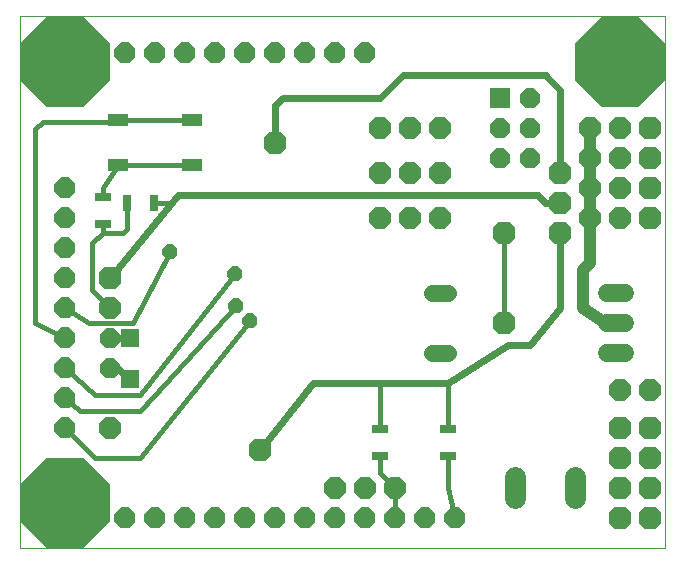
<source format=gtl>
G75*
G70*
%OFA0B0*%
%FSLAX24Y24*%
%IPPOS*%
%LPD*%
%AMOC8*
5,1,8,0,0,1.08239X$1,22.5*
%
%ADD10C,0.0000*%
%ADD11C,0.0560*%
%ADD12R,0.0660X0.0660*%
%ADD13OC8,0.0660*%
%ADD14C,0.0600*%
%ADD15OC8,0.0700*%
%ADD16C,0.0705*%
%ADD17OC8,0.0709*%
%ADD18R,0.0669X0.0394*%
%ADD19R,0.0560X0.0280*%
%ADD20R,0.0280X0.0560*%
%ADD21R,0.0591X0.0591*%
%ADD22OC8,0.0760*%
%ADD23C,0.0160*%
%ADD24C,0.0320*%
%ADD25C,0.0400*%
%ADD26C,0.0240*%
%ADD27OC8,0.0500*%
%ADD28OC8,0.3000*%
D10*
X005060Y005553D02*
X005060Y023270D01*
X026560Y023270D01*
X026560Y005553D01*
X005060Y005553D01*
D11*
X018780Y012053D02*
X019340Y012053D01*
X019340Y014053D02*
X018780Y014053D01*
D12*
X021060Y020553D03*
D13*
X022060Y020553D03*
X022060Y019553D03*
X022060Y018553D03*
X021060Y018553D03*
X021060Y019553D03*
X008060Y012553D03*
X008060Y011553D03*
D14*
X024610Y012053D02*
X025210Y012053D01*
X025210Y013053D02*
X024610Y013053D01*
X024610Y014053D02*
X025210Y014053D01*
D15*
X019560Y006553D03*
X018560Y006553D03*
X017560Y006553D03*
X016560Y006553D03*
X015560Y006553D03*
X014560Y006553D03*
X013560Y006553D03*
X012560Y006553D03*
X011560Y006553D03*
X010560Y006553D03*
X009560Y006553D03*
X008560Y006553D03*
X006560Y009553D03*
X006560Y010553D03*
X006560Y011553D03*
X006560Y012553D03*
X006560Y013553D03*
X006560Y014553D03*
X006560Y015553D03*
X006560Y016553D03*
X006560Y017553D03*
X008560Y022053D03*
X009560Y022053D03*
X010560Y022053D03*
X011560Y022053D03*
X012560Y022053D03*
X013560Y022053D03*
X014560Y022053D03*
X015560Y022053D03*
X016560Y022053D03*
D16*
X021575Y007906D02*
X021575Y007201D01*
X023544Y007201D02*
X023544Y007906D01*
D17*
X025060Y010803D03*
X026060Y010803D03*
X025060Y016553D03*
X024060Y016553D03*
X024060Y017553D03*
X025060Y017553D03*
X025060Y018553D03*
X025060Y019553D03*
X024060Y019553D03*
X024060Y018553D03*
X019060Y018053D03*
X018060Y018053D03*
X017060Y018053D03*
X017060Y016553D03*
X018060Y016553D03*
X019060Y016553D03*
X019060Y019553D03*
X018060Y019553D03*
X017060Y019553D03*
X008060Y013553D03*
X008060Y009553D03*
X015560Y007553D03*
X016560Y007553D03*
X017560Y007553D03*
D18*
X010800Y018305D03*
X010800Y019801D03*
X008319Y019801D03*
X008319Y018305D03*
D19*
X007810Y017253D03*
X007810Y016353D03*
X017060Y009503D03*
X017060Y008603D03*
X019310Y008603D03*
X019310Y009503D03*
D20*
X009510Y017053D03*
X008610Y017053D03*
D21*
X008720Y012562D03*
X008720Y011184D03*
D22*
X008060Y014553D03*
X013560Y019053D03*
X021185Y016053D03*
X023060Y016053D03*
X023060Y017053D03*
X023060Y018053D03*
X026060Y017553D03*
X026060Y018553D03*
X026060Y019553D03*
X026060Y016553D03*
X021185Y013053D03*
X025060Y009553D03*
X026060Y009553D03*
X026060Y008553D03*
X026060Y007553D03*
X026060Y006553D03*
X025060Y006553D03*
X025060Y007553D03*
X025060Y008553D03*
X013060Y008803D03*
D23*
X009540Y010623D02*
X009050Y010123D01*
X007050Y010123D01*
X006560Y010553D01*
X006560Y009553D02*
X007560Y008553D01*
X008560Y008553D01*
X009060Y008553D01*
X012710Y013123D01*
X012260Y013603D02*
X009540Y010623D01*
X009070Y010643D02*
X012240Y014673D01*
X010060Y015403D02*
X008810Y013053D01*
X007360Y013053D01*
X006560Y013553D01*
X007460Y014153D02*
X007460Y015703D01*
X007810Y016053D01*
X008485Y016053D01*
X008610Y016178D01*
X008610Y017053D01*
X007810Y017253D02*
X007810Y017546D01*
X008319Y018305D01*
X010800Y018305D01*
X010310Y017303D02*
X010060Y017053D01*
X009510Y017053D01*
X007810Y016353D02*
X007810Y016053D01*
X007460Y014153D02*
X008060Y013553D01*
X006560Y012553D02*
X005560Y013053D01*
X005560Y019502D01*
X005811Y019752D01*
X008138Y019741D01*
X008319Y019801D01*
X010800Y019801D01*
X006560Y011553D02*
X007570Y010643D01*
X009070Y010643D01*
X017060Y011053D02*
X017060Y009503D01*
X017060Y008603D02*
X017060Y008053D01*
X017560Y007553D01*
X017560Y007303D01*
X017560Y006553D01*
X019560Y006553D02*
X019310Y007553D01*
X019310Y008603D01*
X019310Y009503D02*
X019310Y011053D01*
X021185Y013053D02*
X021185Y016053D01*
D24*
X024560Y013053D02*
X024910Y013053D01*
D25*
X024560Y013053D02*
X023810Y013553D01*
X023810Y014803D01*
X024060Y015053D01*
X024060Y016553D01*
X024060Y017553D01*
X024060Y018553D01*
X024060Y019553D01*
D26*
X023060Y019553D02*
X023060Y020803D01*
X022560Y021303D01*
X022593Y021303D01*
X022560Y021303D02*
X017810Y021303D01*
X017060Y020553D01*
X013810Y020553D01*
X013560Y020303D01*
X013560Y019053D01*
X010310Y017303D02*
X008060Y014553D01*
X008060Y012553D02*
X008060Y012552D01*
X008720Y012562D01*
X008310Y011553D02*
X008060Y011553D01*
X008310Y011553D02*
X008639Y011224D01*
X008720Y011184D01*
X013060Y008803D02*
X014810Y011053D01*
X017060Y011053D01*
X019310Y011053D01*
X021310Y012303D01*
X022060Y012303D01*
X023060Y013553D01*
X023060Y015303D01*
X023060Y015553D01*
X023060Y016053D01*
X023060Y017053D02*
X022560Y017053D01*
X022310Y017303D01*
X010310Y017303D01*
X023060Y018053D02*
X023060Y019553D01*
D27*
X012710Y013123D03*
X012260Y013603D03*
X012240Y014673D03*
X010060Y015403D03*
D28*
X006560Y021763D03*
X006560Y007053D03*
X025050Y021763D03*
M02*

</source>
